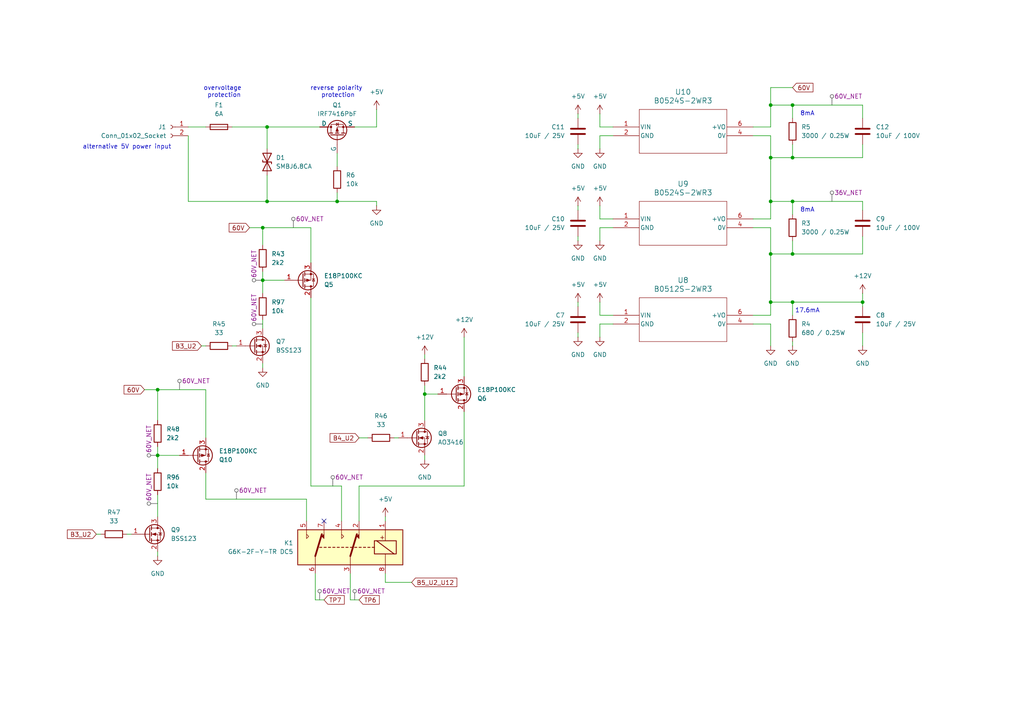
<source format=kicad_sch>
(kicad_sch (version 20250114) (generator "eeschema") (generator_version "9.0")
  (paper "A4")
  (lib_symbols
    (symbol "2025-11-10_14-01-14:B0505S-2WR3" (pin_names (offset 0.254))
      (property "Reference" "U" (at 20.32 10.16 0))
      (property "Value" "B0505S-2WR3" (at 20.32 7.62 0))
      (symbol "B0505S-2WR3_0_1"
        (polyline (pts (xy 7.62 5.08) (xy 7.62 -7.62)) (stroke (width 0.127)))
        (polyline (pts (xy 7.62 -7.62) (xy 33.02 -7.62)) (stroke (width 0.127)))
        (polyline (pts (xy 33.02 5.08) (xy 7.62 5.08)) (stroke (width 0.127)))
        (polyline (pts (xy 33.02 -7.62) (xy 33.02 5.08)) (stroke (width 0.127)))
        (pin power_in line (at 0 0 0) (length 7.62) (name "VIN") (number "1"))
        (pin power_out line (at 0 -2.54 0) (length 7.62) (name "GND") (number "2"))
        (pin power_in line (at 40.64 0 180) (length 7.62) (name "+VO") (number "6"))
        (pin unspecified line (at 40.64 -2.54 180) (length 7.62) (name "0V") (number "4"))
      )
    )
    (symbol "Connector:Conn_01x02_Socket" (pin_names (offset 1.016) (hide yes))
      (property "Reference" "J" (at 0 2.54 0))
      (property "Value" "Conn_01x02_Socket" (at 0 -5.08 0))
      (symbol "Conn_01x02_Socket_1_1"
        (polyline (pts (xy -1.27 0) (xy -0.508 0)) (stroke (width 0.1524)))
        (polyline (pts (xy -1.27 -2.54) (xy -0.508 -2.54)) (stroke (width 0.1524)))
        (arc (start 0 -0.508) (mid -0.5058 0) (end 0 0.508) (stroke (width 0.1524)))
        (arc (start 0 -3.048) (mid -0.5058 -2.54) (end 0 -2.032) (stroke (width 0.1524)))
        (pin passive line (at -5.08 0 0) (length 3.81) (name "Pin_1") (number "1"))
        (pin passive line (at -5.08 -2.54 0) (length 3.81) (name "Pin_2") (number "2"))
      )
    )
    (symbol "Device:C" (pin_numbers (hide yes)) (pin_names (offset 0.254))
      (property "Reference" "C" (at 0.635 2.54 0))
      (property "Value" "C" (at 0.635 -2.54 0))
      (symbol "C_0_1"
        (polyline (pts (xy -2.032 0.762) (xy 2.032 0.762)) (stroke (width 0.508)))
        (polyline (pts (xy -2.032 -0.762) (xy 2.032 -0.762)) (stroke (width 0.508)))
      )
      (symbol "C_1_1"
        (pin passive line (at 0 3.81 270) (length 2.794) (name "~") (number "1"))
        (pin passive line (at 0 -3.81 90) (length 2.794) (name "~") (number "2"))
      )
    )
    (symbol "Device:D_TVS" (pin_numbers (hide yes)) (pin_names (offset 1.016) (hide yes))
      (property "Reference" "D" (at 0 2.54 0))
      (property "Value" "D_TVS" (at 0 -2.54 0))
      (symbol "D_TVS_0_1"
        (polyline (pts (xy -2.54 1.27) (xy -2.54 -1.27) (xy 2.54 1.27) (xy 2.54 -1.27) (xy -2.54 1.27)) (stroke (width 0.254)))
        (polyline (pts (xy 0.508 1.27) (xy 0 1.27) (xy 0 -1.27) (xy -0.508 -1.27)) (stroke (width 0.254)))
        (polyline (pts (xy 1.27 0) (xy -1.27 0)))
      )
      (symbol "D_TVS_1_1"
        (pin passive line (at -3.81 0 0) (length 2.54) (name "A1") (number "1"))
        (pin passive line (at 3.81 0 180) (length 2.54) (name "A2") (number "2"))
      )
    )
    (symbol "Device:Fuse" (pin_numbers (hide yes)) (pin_names (offset 0))
      (property "Reference" "F" (at 2.032 0 90))
      (property "Value" "Fuse" (at -1.905 0 90))
      (symbol "Fuse_0_1"
        (rectangle (start -0.762 -2.54) (end 0.762 2.54) (stroke (width 0.254)))
        (polyline (pts (xy 0 2.54) (xy 0 -2.54)))
      )
      (symbol "Fuse_1_1"
        (pin passive line (at 0 3.81 270) (length 1.27) (name "~") (number "1"))
        (pin passive line (at 0 -3.81 90) (length 1.27) (name "~") (number "2"))
      )
    )
    (symbol "Device:R" (pin_numbers (hide yes)) (pin_names (offset 0))
      (property "Reference" "R" (at 2.032 0 90))
      (property "Value" "R" (at 0 0 90))
      (symbol "R_0_1"
        (rectangle (start -1.016 -2.54) (end 1.016 2.54) (stroke (width 0.254)))
      )
      (symbol "R_1_1"
        (pin passive line (at 0 3.81 270) (length 1.27) (name "~") (number "1"))
        (pin passive line (at 0 -3.81 90) (length 1.27) (name "~") (number "2"))
      )
    )
    (symbol "Relay:G6K-2"
      (property "Reference" "K" (at 16.51 3.81 0))
      (property "Value" "G6K-2" (at 16.51 1.27 0))
      (symbol "G6K-2_0_0"
        (text "+" (at -9.271 2.921 0) (effects (font (size 1.27 1.27))))
      )
      (symbol "G6K-2_0_1"
        (rectangle (start -15.24 5.08) (end 15.24 -5.08) (stroke (width 0.254)) (fill (type background)))
        (rectangle (start -13.335 1.905) (end -6.985 -1.905) (stroke (width 0.254)))
        (polyline (pts (xy -12.7 -1.905) (xy -7.62 1.905)) (stroke (width 0.254)))
        (polyline (pts (xy -10.16 5.08) (xy -10.16 1.905)))
        (polyline (pts (xy -10.16 -5.08) (xy -10.16 -1.905)))
        (polyline (pts (xy -6.985 0) (xy -6.35 0)) (stroke (width 0.254)))
        (polyline (pts (xy -5.715 0) (xy -5.08 0)) (stroke (width 0.254)))
        (polyline (pts (xy -4.445 0) (xy -3.81 0)) (stroke (width 0.254)))
        (polyline (pts (xy -3.175 0) (xy -2.54 0)) (stroke (width 0.254)))
        (polyline (pts (xy -2.54 5.08) (xy -2.54 2.54) (xy -1.905 3.175) (xy -2.54 3.81)) (fill (type outline)))
        (polyline (pts (xy -1.905 0) (xy -1.27 0)) (stroke (width 0.254)))
        (polyline (pts (xy -0.635 0) (xy 0 0)) (stroke (width 0.254)))
        (polyline (pts (xy 0 -2.54) (xy -1.905 3.81)) (stroke (width 0.508)))
        (polyline (pts (xy 0 -2.54) (xy 0 -5.08)))
        (polyline (pts (xy 0.635 0) (xy 1.27 0)) (stroke (width 0.254)))
        (polyline (pts (xy 1.905 0) (xy 2.54 0)) (stroke (width 0.254)))
        (polyline (pts (xy 2.54 5.08) (xy 2.54 2.54) (xy 1.905 3.175) (xy 2.54 3.81)))
        (polyline (pts (xy 3.175 0) (xy 3.81 0)) (stroke (width 0.254)))
        (polyline (pts (xy 4.445 0) (xy 5.08 0)) (stroke (width 0.254)))
        (polyline (pts (xy 5.715 0) (xy 6.35 0)) (stroke (width 0.254)))
        (polyline (pts (xy 6.985 0) (xy 7.62 0)) (stroke (width 0.254)))
        (polyline (pts (xy 7.62 5.08) (xy 7.62 2.54) (xy 8.255 3.175) (xy 7.62 3.81)) (fill (type outline)))
        (polyline (pts (xy 8.255 0) (xy 8.89 0)) (stroke (width 0.254)))
        (polyline (pts (xy 10.16 -2.54) (xy 8.255 3.81)) (stroke (width 0.508)))
        (polyline (pts (xy 10.16 -2.54) (xy 10.16 -5.08)))
        (polyline (pts (xy 12.7 5.08) (xy 12.7 2.54) (xy 12.065 3.175) (xy 12.7 3.81)))
      )
      (symbol "G6K-2_1_1"
        (pin passive line (at -10.16 7.62 270) (length 2.54) (name "~") (number "1"))
        (pin passive line (at -10.16 -7.62 90) (length 2.54) (name "~") (number "8"))
        (pin passive line (at -2.54 7.62 270) (length 2.54) (name "~") (number "2"))
        (pin passive line (at 0 -7.62 90) (length 2.54) (name "~") (number "3"))
        (pin passive line (at 2.54 7.62 270) (length 2.54) (name "~") (number "4"))
        (pin passive line (at 7.62 7.62 270) (length 2.54) (name "~") (number "7"))
        (pin passive line (at 10.16 -7.62 90) (length 2.54) (name "~") (number "6"))
        (pin passive line (at 12.7 7.62 270) (length 2.54) (name "~") (number "5"))
      )
    )
    (symbol "Simulation_SPICE:PMOS" (pin_numbers (hide yes)) (pin_names (offset 0))
      (property "Reference" "Q1" (at 8.89 0 90))
      (property "Value" "IRF7416PbF" (at 6.35 0 90))
      (symbol "PMOS_0_1"
        (polyline (pts (xy 0.254 1.905) (xy 0.254 -1.905)) (stroke (width 0.254)))
        (polyline (pts (xy 0.254 0) (xy -2.54 0)))
        (polyline (pts (xy 0.762 2.286) (xy 0.762 1.27)) (stroke (width 0.254)))
        (polyline (pts (xy 0.762 1.778) (xy 3.302 1.778) (xy 3.302 -1.778) (xy 0.762 -1.778)))
        (polyline (pts (xy 0.762 0.508) (xy 0.762 -0.508)) (stroke (width 0.254)))
        (polyline (pts (xy 0.762 -1.27) (xy 0.762 -2.286)) (stroke (width 0.254)))
        (circle (center 1.651 0) (radius 2.794) (stroke (width 0.254)))
        (polyline (pts (xy 2.286 0) (xy 1.27 0.381) (xy 1.27 -0.381) (xy 2.286 0)) (fill (type outline)))
        (polyline (pts (xy 2.54 2.54) (xy 2.54 1.778)))
        (circle (center 2.54 1.778) (radius 0.254) (fill (type outline)))
        (circle (center 2.54 -1.778) (radius 0.254) (fill (type outline)))
        (polyline (pts (xy 2.54 -2.54) (xy 2.54 0) (xy 0.762 0)))
        (polyline (pts (xy 2.794 -0.508) (xy 2.921 -0.381) (xy 3.683 -0.381) (xy 3.81 -0.254)))
        (polyline (pts (xy 3.302 -0.381) (xy 2.921 0.254) (xy 3.683 0.254) (xy 3.302 -0.381)))
      )
      (symbol "PMOS_1_1"
        (pin input line (at -5.08 0 0) (length 2.54) (name "G") (number "4"))
        (pin passive line (at 2.54 5.08 270) (length 2.54) (name "D") (number "5"))
        (pin passive line (at 2.54 5.08 270) (length 2.54) (name "D") (number "6"))
        (pin passive line (at 2.54 5.08 270) (length 2.54) (name "D") (number "7"))
        (pin passive line (at 2.54 5.08 270) (length 2.54) (name "D") (number "8"))
        (pin passive line (at 2.54 -5.08 90) (length 2.54) (name "S") (number "1"))
        (pin passive line (at 2.54 -5.08 90) (length 2.54) (name "S") (number "2"))
        (pin passive line (at 2.54 -5.08 90) (length 2.54) (name "S") (number "3"))
      )
    )
    (symbol "Transistor_FET:BSS138" (pin_names (hide yes))
      (property "Reference" "Q" (at 5.08 1.905 0))
      (property "Value" "BSS138" (at 5.08 0 0))
      (symbol "BSS138_0_1"
        (polyline (pts (xy 0.254 1.905) (xy 0.254 -1.905)) (stroke (width 0.254)))
        (polyline (pts (xy 0.254 0) (xy -2.54 0)))
        (polyline (pts (xy 0.762 2.286) (xy 0.762 1.27)) (stroke (width 0.254)))
        (polyline (pts (xy 0.762 0.508) (xy 0.762 -0.508)) (stroke (width 0.254)))
        (polyline (pts (xy 0.762 -1.27) (xy 0.762 -2.286)) (stroke (width 0.254)))
        (polyline (pts (xy 0.762 -1.778) (xy 3.302 -1.778) (xy 3.302 1.778) (xy 0.762 1.778)))
        (polyline (pts (xy 1.016 0) (xy 2.032 0.381) (xy 2.032 -0.381) (xy 1.016 0)) (fill (type outline)))
        (circle (center 1.651 0) (radius 2.794) (stroke (width 0.254)))
        (polyline (pts (xy 2.54 2.54) (xy 2.54 1.778)))
        (circle (center 2.54 1.778) (radius 0.254) (fill (type outline)))
        (circle (center 2.54 -1.778) (radius 0.254) (fill (type outline)))
        (polyline (pts (xy 2.54 -2.54) (xy 2.54 0) (xy 0.762 0)))
        (polyline (pts (xy 2.794 0.508) (xy 2.921 0.381) (xy 3.683 0.381) (xy 3.81 0.254)))
        (polyline (pts (xy 3.302 0.381) (xy 2.921 -0.254) (xy 3.683 -0.254) (xy 3.302 0.381)))
      )
      (symbol "BSS138_1_1"
        (pin input line (at -5.08 0 0) (length 2.54) (name "G") (number "1"))
        (pin passive line (at 2.54 5.08 270) (length 2.54) (name "D") (number "3"))
        (pin passive line (at 2.54 -5.08 90) (length 2.54) (name "S") (number "2"))
      )
    )
    (symbol "Transistor_FET:Q_PMOS_GDS" (pin_names (offset 0) (hide yes))
      (property "Reference" "Q" (at 5.08 1.905 0))
      (property "Value" "Q_PMOS_GDS" (at 5.08 0 0))
      (symbol "Q_PMOS_GDS_0_1"
        (polyline (pts (xy 0.254 1.905) (xy 0.254 -1.905)) (stroke (width 0.254)))
        (polyline (pts (xy 0.254 0) (xy -2.54 0)))
        (polyline (pts (xy 0.762 2.286) (xy 0.762 1.27)) (stroke (width 0.254)))
        (polyline (pts (xy 0.762 1.778) (xy 3.302 1.778) (xy 3.302 -1.778) (xy 0.762 -1.778)))
        (polyline (pts (xy 0.762 0.508) (xy 0.762 -0.508)) (stroke (width 0.254)))
        (polyline (pts (xy 0.762 -1.27) (xy 0.762 -2.286)) (stroke (width 0.254)))
        (circle (center 1.651 0) (radius 2.794) (stroke (width 0.254)))
        (polyline (pts (xy 2.286 0) (xy 1.27 0.381) (xy 1.27 -0.381) (xy 2.286 0)) (fill (type outline)))
        (polyline (pts (xy 2.54 2.54) (xy 2.54 1.778)))
        (circle (center 2.54 1.778) (radius 0.254) (fill (type outline)))
        (circle (center 2.54 -1.778) (radius 0.254) (fill (type outline)))
        (polyline (pts (xy 2.54 -2.54) (xy 2.54 0) (xy 0.762 0)))
        (polyline (pts (xy 2.921 -0.381) (xy 3.683 -0.381)))
        (polyline (pts (xy 3.302 -0.381) (xy 2.921 0.254) (xy 3.683 0.254) (xy 3.302 -0.381)))
      )
      (symbol "Q_PMOS_GDS_1_1"
        (pin input line (at -5.08 0 0) (length 2.54) (name "G") (number "1"))
        (pin passive line (at 2.54 5.08 270) (length 2.54) (name "D") (number "2"))
        (pin passive line (at 2.54 -5.08 90) (length 2.54) (name "S") (number "3"))
      )
    )
    (symbol "power:+12V" (power) (pin_numbers (hide yes)) (pin_names (offset 0) (hide yes))
      (property "Value" "+12V" (at 0 3.556 0))
      (symbol "+12V_0_1"
        (polyline (pts (xy -0.762 1.27) (xy 0 2.54)))
        (polyline (pts (xy 0 2.54) (xy 0.762 1.27)))
        (polyline (pts (xy 0 0) (xy 0 2.54)))
      )
      (symbol "+12V_1_1"
        (pin power_in line (at 0 0 90) (length 0) (name "~") (number "1"))
      )
    )
    (symbol "power:+5V" (power) (pin_numbers (hide yes)) (pin_names (offset 0) (hide yes))
      (property "Value" "+5V" (at 0 3.556 0))
      (symbol "+5V_0_1"
        (polyline (pts (xy -0.762 1.27) (xy 0 2.54)))
        (polyline (pts (xy 0 2.54) (xy 0.762 1.27)))
        (polyline (pts (xy 0 0) (xy 0 2.54)))
      )
      (symbol "+5V_1_1"
        (pin power_in line (at 0 0 90) (length 0) (name "~") (number "1"))
      )
    )
    (symbol "power:GND" (power) (pin_numbers (hide yes)) (pin_names (offset 0) (hide yes))
      (property "Value" "GND" (at 0 -3.81 0))
      (symbol "GND_0_1"
        (polyline (pts (xy 0 0) (xy 0 -1.27) (xy 1.27 -1.27) (xy 0 -2.54) (xy -1.27 -1.27) (xy 0 -1.27)))
      )
      (symbol "GND_1_1"
        (pin power_in line (at 0 0 270) (length 0) (name "~") (number "1"))
      )
    )
  )
  (text "reverse polarity \nprotection" (at 98.044 26.67 0) (effects (font (size 1.27 1.27))))
  (text "8mA" (at 234.188 60.96 0) (effects (font (size 1.27 1.27))))
  (text "8mA" (at 234.188 33.02 0) (effects (font (size 1.27 1.27))))
  (text "17.6mA" (at 234.188 90.17 0) (effects (font (size 1.27 1.27))))
  (text "overvoltage \nprotection" (at 65.024 26.67 0) (effects (font (size 1.27 1.27))))
  (text "alternative 5V power input" (at 36.83 42.672 0) (effects (font (size 1.27 1.27))))
  (junction (at 76.2 81.28))
  (junction (at 123.19 114.3))
  (junction (at 229.87 58.42))
  (junction (at 45.72 113.03))
  (junction (at 223.52 30.48))
  (junction (at 77.47 36.83))
  (junction (at 229.87 87.63))
  (junction (at 77.47 58.42))
  (junction (at 250.19 87.63))
  (junction (at 97.79 58.42))
  (junction (at 223.52 58.42))
  (junction (at 223.52 87.63))
  (junction (at 223.52 73.66))
  (junction (at 229.87 45.72))
  (junction (at 76.2 66.04))
  (junction (at 45.72 132.08))
  (junction (at 229.87 73.66))
  (junction (at 229.87 30.48))
  (junction (at 223.52 45.72))
  (no_connect (at 93.98 151.13))
  (wire (pts (xy 250.19 73.66) (xy 250.19 68.58)))
  (wire (pts (xy 229.87 69.85) (xy 229.87 73.66)))
  (wire (pts (xy 250.19 30.48) (xy 250.19 34.29)))
  (wire (pts (xy 67.31 36.83) (xy 77.47 36.83)))
  (wire (pts (xy 27.94 154.94) (xy 29.21 154.94)))
  (wire (pts (xy 229.87 99.06) (xy 229.87 100.33)))
  (wire (pts (xy 97.79 58.42) (xy 109.22 58.42)))
  (wire (pts (xy 45.72 129.54) (xy 45.72 132.08)))
  (wire (pts (xy 167.64 68.58) (xy 167.64 69.85)))
  (wire (pts (xy 167.64 41.91) (xy 167.64 43.18)))
  (wire (pts (xy 173.99 66.04) (xy 173.99 69.85)))
  (wire (pts (xy 229.87 30.48) (xy 229.87 34.29)))
  (wire (pts (xy 223.52 39.37) (xy 223.52 45.72)))
  (wire (pts (xy 173.99 93.98) (xy 173.99 97.79)))
  (wire (pts (xy 173.99 39.37) (xy 177.8 39.37)))
  (wire (pts (xy 229.87 87.63) (xy 250.19 87.63)))
  (wire (pts (xy 223.52 30.48) (xy 229.87 30.48)))
  (wire (pts (xy 97.79 55.88) (xy 97.79 58.42)))
  (wire (pts (xy 45.72 143.51) (xy 45.72 149.86)))
  (wire (pts (xy 223.52 25.4) (xy 229.87 25.4)))
  (wire (pts (xy 223.52 58.42) (xy 223.52 63.5)))
  (wire (pts (xy 59.69 137.16) (xy 59.69 144.78)))
  (wire (pts (xy 123.19 102.87) (xy 123.19 104.14)))
  (wire (pts (xy 250.19 96.52) (xy 250.19 100.33)))
  (wire (pts (xy 77.47 36.83) (xy 77.47 43.18)))
  (wire (pts (xy 41.91 113.03) (xy 45.72 113.03)))
  (wire (pts (xy 223.52 45.72) (xy 229.87 45.72)))
  (wire (pts (xy 45.72 132.08) (xy 52.07 132.08)))
  (wire (pts (xy 109.22 58.42) (xy 109.22 59.69)))
  (wire (pts (xy 91.44 173.99) (xy 93.98 173.99)))
  (wire (pts (xy 97.79 44.45) (xy 97.79 48.26)))
  (wire (pts (xy 218.44 36.83) (xy 223.52 36.83)))
  (wire (pts (xy 111.76 149.86) (xy 111.76 151.13)))
  (wire (pts (xy 173.99 33.02) (xy 173.99 36.83)))
  (wire (pts (xy 223.52 25.4) (xy 223.52 30.48)))
  (wire (pts (xy 173.99 39.37) (xy 173.99 43.18)))
  (wire (pts (xy 90.17 86.36) (xy 90.17 140.97)))
  (wire (pts (xy 104.14 140.97) (xy 134.62 140.97)))
  (wire (pts (xy 223.52 58.42) (xy 229.87 58.42)))
  (wire (pts (xy 250.19 87.63) (xy 250.19 88.9)))
  (wire (pts (xy 76.2 81.28) (xy 76.2 85.09)))
  (wire (pts (xy 111.76 168.91) (xy 119.38 168.91)))
  (wire (pts (xy 173.99 63.5) (xy 177.8 63.5)))
  (wire (pts (xy 76.2 66.04) (xy 76.2 71.12)))
  (wire (pts (xy 218.44 39.37) (xy 223.52 39.37)))
  (wire (pts (xy 250.19 85.09) (xy 250.19 87.63)))
  (wire (pts (xy 77.47 50.8) (xy 77.47 58.42)))
  (wire (pts (xy 45.72 160.02) (xy 45.72 161.29)))
  (wire (pts (xy 173.99 59.69) (xy 173.99 63.5)))
  (wire (pts (xy 123.19 114.3) (xy 127 114.3)))
  (wire (pts (xy 104.14 140.97) (xy 104.14 151.13)))
  (wire (pts (xy 45.72 113.03) (xy 59.69 113.03)))
  (wire (pts (xy 59.69 144.78) (xy 88.9 144.78)))
  (wire (pts (xy 99.06 140.97) (xy 99.06 151.13)))
  (wire (pts (xy 229.87 87.63) (xy 229.87 91.44)))
  (wire (pts (xy 54.61 58.42) (xy 54.61 39.37)))
  (wire (pts (xy 167.64 87.63) (xy 167.64 88.9)))
  (wire (pts (xy 90.17 66.04) (xy 90.17 76.2)))
  (wire (pts (xy 54.61 36.83) (xy 59.69 36.83)))
  (wire (pts (xy 223.52 87.63) (xy 229.87 87.63)))
  (wire (pts (xy 173.99 91.44) (xy 177.8 91.44)))
  (wire (pts (xy 76.2 78.74) (xy 76.2 81.28)))
  (wire (pts (xy 223.52 87.63) (xy 223.52 91.44)))
  (wire (pts (xy 123.19 132.08) (xy 123.19 133.35)))
  (wire (pts (xy 90.17 140.97) (xy 99.06 140.97)))
  (wire (pts (xy 229.87 73.66) (xy 250.19 73.66)))
  (wire (pts (xy 223.52 91.44) (xy 218.44 91.44)))
  (wire (pts (xy 76.2 92.71) (xy 76.2 95.25)))
  (wire (pts (xy 223.52 73.66) (xy 229.87 73.66)))
  (wire (pts (xy 229.87 58.42) (xy 229.87 62.23)))
  (wire (pts (xy 229.87 58.42) (xy 250.19 58.42)))
  (wire (pts (xy 77.47 36.83) (xy 92.71 36.83)))
  (wire (pts (xy 72.39 66.04) (xy 76.2 66.04)))
  (wire (pts (xy 58.42 100.33) (xy 59.69 100.33)))
  (wire (pts (xy 250.19 45.72) (xy 250.19 41.91)))
  (wire (pts (xy 223.52 73.66) (xy 223.52 87.63)))
  (wire (pts (xy 134.62 97.79) (xy 134.62 109.22)))
  (wire (pts (xy 102.87 36.83) (xy 109.22 36.83)))
  (wire (pts (xy 167.64 59.69) (xy 167.64 60.96)))
  (wire (pts (xy 223.52 93.98) (xy 218.44 93.98)))
  (wire (pts (xy 76.2 66.04) (xy 90.17 66.04)))
  (wire (pts (xy 104.14 127) (xy 106.68 127)))
  (wire (pts (xy 88.9 144.78) (xy 88.9 151.13)))
  (wire (pts (xy 173.99 36.83) (xy 177.8 36.83)))
  (wire (pts (xy 114.3 127) (xy 115.57 127)))
  (wire (pts (xy 173.99 87.63) (xy 173.99 91.44)))
  (wire (pts (xy 223.52 66.04) (xy 223.52 73.66)))
  (wire (pts (xy 123.19 114.3) (xy 123.19 121.92)))
  (wire (pts (xy 109.22 31.75) (xy 109.22 36.83)))
  (wire (pts (xy 229.87 41.91) (xy 229.87 45.72)))
  (wire (pts (xy 101.6 166.37) (xy 101.6 173.99)))
  (wire (pts (xy 134.62 119.38) (xy 134.62 140.97)))
  (wire (pts (xy 36.83 154.94) (xy 38.1 154.94)))
  (wire (pts (xy 123.19 111.76) (xy 123.19 114.3)))
  (wire (pts (xy 111.76 166.37) (xy 111.76 168.91)))
  (wire (pts (xy 91.44 166.37) (xy 91.44 173.99)))
  (wire (pts (xy 173.99 93.98) (xy 177.8 93.98)))
  (wire (pts (xy 76.2 81.28) (xy 82.55 81.28)))
  (wire (pts (xy 223.52 93.98) (xy 223.52 100.33)))
  (wire (pts (xy 229.87 45.72) (xy 250.19 45.72)))
  (wire (pts (xy 223.52 30.48) (xy 223.52 36.83)))
  (wire (pts (xy 67.31 100.33) (xy 68.58 100.33)))
  (wire (pts (xy 45.72 113.03) (xy 45.72 121.92)))
  (wire (pts (xy 229.87 30.48) (xy 250.19 30.48)))
  (wire (pts (xy 45.72 132.08) (xy 45.72 135.89)))
  (wire (pts (xy 54.61 58.42) (xy 77.47 58.42)))
  (wire (pts (xy 250.19 58.42) (xy 250.19 60.96)))
  (wire (pts (xy 59.69 113.03) (xy 59.69 127)))
  (wire (pts (xy 167.64 96.52) (xy 167.64 97.79)))
  (wire (pts (xy 173.99 66.04) (xy 177.8 66.04)))
  (wire (pts (xy 77.47 58.42) (xy 97.79 58.42)))
  (wire (pts (xy 223.52 45.72) (xy 223.52 58.42)))
  (wire (pts (xy 101.6 173.99) (xy 104.14 173.99)))
  (wire (pts (xy 76.2 105.41) (xy 76.2 106.68)))
  (wire (pts (xy 218.44 66.04) (xy 223.52 66.04)))
  (wire (pts (xy 167.64 33.02) (xy 167.64 34.29)))
  (wire (pts (xy 218.44 63.5) (xy 223.52 63.5)))
  (global_label "B3_U2" (shape input) (at 58.42 100.33 180) (property "Intersheetrefs" "${INTERSHEET_REFS}" (effects (hide yes))))
  (global_label "TP6" (shape input) (at 104.14 173.99 0) (property "Intersheetrefs" "${INTERSHEET_REFS}" (effects (hide yes))))
  (global_label "60V" (shape input) (at 41.91 113.03 180) (property "Intersheetrefs" "${INTERSHEET_REFS}" (effects (hide yes))))
  (global_label "B4_U2" (shape input) (at 104.14 127 180) (property "Intersheetrefs" "${INTERSHEET_REFS}" (effects (hide yes))))
  (global_label "60V" (shape input) (at 229.87 25.4 0) (property "Intersheetrefs" "${INTERSHEET_REFS}" (effects (hide yes))))
  (global_label "TP7" (shape input) (at 93.98 173.99 0) (property "Intersheetrefs" "${INTERSHEET_REFS}" (effects (hide yes))))
  (global_label "B3_U2" (shape input) (at 27.94 154.94 180) (property "Intersheetrefs" "${INTERSHEET_REFS}" (effects (hide yes))))
  (global_label "B5_U2_U12" (shape input) (at 119.38 168.91 0) (property "Intersheetrefs" "${INTERSHEET_REFS}" (effects (hide yes))))
  (global_label "60V" (shape input) (at 72.39 66.04 180) (property "Intersheetrefs" "${INTERSHEET_REFS}" (effects (hide yes))))
  (netclass_flag "" (length 2.54) (shape round) (at 76.2 93.98 90) (property "Netclass" "60V_NET" (at 73.66 93.2815 90) (effects (justify left))))
  (netclass_flag "" (length 2.54) (shape round) (at 45.72 146.05 90) (property "Netclass" "60V_NET" (at 43.18 145.3515 90) (effects (justify left))))
  (netclass_flag "" (length 2.54) (shape round) (at 96.52 140.97 0) (property "Netclass" "60V_NET" (at 97.2185 138.43 0) (effects (justify left))))
  (netclass_flag "" (length 2.54) (shape round) (at 241.3 58.42 0) (property "Netclass" "36V_NET" (at 241.9985 55.88 0) (effects (justify left))))
  (netclass_flag "" (length 2.54) (shape round) (at 52.07 113.03 0) (property "Netclass" "60V_NET" (at 52.7685 110.49 0) (effects (justify left))))
  (netclass_flag "" (length 2.54) (shape round) (at 241.3 30.48 0) (property "Netclass" "60V_NET" (at 241.9985 27.94 0) (effects (justify left))))
  (netclass_flag "" (length 2.54) (shape round) (at 102.87 173.99 0) (property "Netclass" "60V_NET" (at 103.5685 171.45 0) (effects (justify left))))
  (netclass_flag "" (length 2.54) (shape round) (at 68.58 144.78 0) (property "Netclass" "60V_NET" (at 69.2785 142.24 0) (effects (justify left))))
  (netclass_flag "" (length 2.54) (shape round) (at 45.72 132.08 90) (property "Netclass" "60V_NET" (at 43.18 131.3815 90) (effects (justify left))))
  (netclass_flag "" (length 2.54) (shape round) (at 76.2 81.28 90) (property "Netclass" "60V_NET" (at 73.66 80.5815 90) (effects (justify left))))
  (netclass_flag "" (length 2.54) (shape round) (at 85.09 66.04 0) (property "Netclass" "60V_NET" (at 85.7885 63.5 0) (effects (justify left))))
  (netclass_flag "" (length 2.54) (shape round) (at 92.71 173.99 0) (property "Netclass" "60V_NET" (at 93.4085 171.45 0) (effects (justify left))))
  (symbol (lib_id "Transistor_FET:Q_PMOS_GDS") (at 57.15 132.08 0) (mirror x) (unit 1)
    (property "Reference" "Q10" (at 63.5 133.3501 0) (effects (justify left)))
    (property "Value" "E18P100KC" (at 63.5 130.8101 0) (effects (justify left)))
    (property "Footprint" "Package_TO_SOT_SMD:TO-252-2" (effects (hide yes)))
    (property "Description" "P-MOSFET transistor, gate/drain/source" (effects (hide yes)))
  )
  (symbol (lib_id "power:+5V") (at 173.99 33.02 0) (unit 1)
    (property "Reference" "#PWR046" (effects (hide yes)))
    (property "Value" "+5V" (at 173.99 27.94 0))
    (property "Description" "Power symbol creates a global label with name \"+5V\"" (effects (hide yes)))
  )
  (symbol (lib_id "power:+5V") (at 167.64 59.69 0) (unit 1)
    (property "Reference" "#PWR038" (effects (hide yes)))
    (property "Value" "+5V" (at 167.64 54.61 0))
    (property "Description" "Power symbol creates a global label with name \"+5V\"" (effects (hide yes)))
  )
  (symbol (lib_id "Device:R") (at 110.49 127 90) (unit 1)
    (property "Reference" "R46" (at 110.49 120.65 90))
    (property "Value" "33" (at 110.49 123.19 90))
    (property "Footprint" "Resistor_SMD:R_0603_1608Metric" (effects (hide yes)))
    (property "Description" "Resistor" (effects (hide yes)))
  )
  (symbol (lib_id "2025-11-10_14-01-14:B0505S-2WR3") (at 177.8 63.5 0) (unit 1)
    (property "Reference" "U9" (at 198.12 53.34 0) (effects (font (size 1.524 1.524))))
    (property "Value" "B0524S-2WR3" (at 198.12 55.88 0) (effects (font (size 1.524 1.524))))
    (property "Footprint" "B_S-2WR2_MNS" (effects (hide yes)))
    (property "Datasheet" "B0505S-2WR3" (effects (hide yes)))
  )
  (symbol (lib_id "Device:R") (at 123.19 107.95 0) (unit 1)
    (property "Reference" "R44" (at 125.73 106.6799 0) (effects (justify left)))
    (property "Value" "2k2" (at 125.73 109.2199 0) (effects (justify left)))
    (property "Footprint" "Resistor_SMD:R_0603_1608Metric" (effects (hide yes)))
    (property "Description" "Resistor" (effects (hide yes)))
  )
  (symbol (lib_id "Device:C") (at 250.19 92.71 0) (unit 1)
    (property "Reference" "C8" (at 254 91.4399 0) (effects (justify left)))
    (property "Value" "10uF / 25V" (at 254 93.9799 0) (effects (justify left)))
    (property "Footprint" "Capacitor_SMD:C_0805_2012Metric" (effects (hide yes)))
    (property "Description" "Unpolarized capacitor" (effects (hide yes)))
  )
  (symbol (lib_id "Device:D_TVS") (at 77.47 46.99 90) (unit 1)
    (property "Reference" "D1" (at 80.01 45.7199 90) (effects (justify right)))
    (property "Value" "SMBJ6.8CA" (at 80.01 48.26 90) (effects (justify right)))
    (property "Footprint" "Diode_SMD:D_SMB" (effects (hide yes)))
    (property "Description" "Bidirectional transient-voltage-suppression diode" (effects (hide yes)))
  )
  (symbol (lib_id "Transistor_FET:BSS138") (at 43.18 154.94 0) (unit 1)
    (property "Reference" "Q9" (at 49.53 153.6699 0) (effects (justify left)))
    (property "Value" "BSS123" (at 49.53 156.2099 0) (effects (justify left)))
    (property "Footprint" "Package_TO_SOT_SMD:SOT-23" (effects (hide yes)))
    (property "Datasheet" "https://www.onsemi.com/pub/Collateral/BSS138-D.PDF" (effects (hide yes)))
    (property "Description" "50V Vds, 0.22A Id, N-Channel MOSFET, SOT-23" (effects (hide yes)))
  )
  (symbol (lib_id "Relay:G6K-2") (at 101.6 158.75 0) (mirror y) (unit 1)
    (property "Reference" "K1" (at 85.09 157.4799 0) (effects (justify left)))
    (property "Value" "G6K-2F-Y-TR DC5" (at 85.09 160.0199 0) (effects (justify left)))
    (property "Footprint" "Relay_SMD:Relay_DPDT_Omron_G6K-2F-Y" (effects (hide yes)))
    (property "Datasheet" "http://omronfs.omron.com/en_US/ecb/products/pdf/en-g6k.pdf" (effects (hide yes)))
    (property "Description" "Miniature 2-pole relay, Single-side Stable" (effects (hide yes)))
  )
  (symbol (lib_id "power:+5V") (at 173.99 87.63 0) (unit 1)
    (property "Reference" "#PWR034" (effects (hide yes)))
    (property "Value" "+5V" (at 173.99 82.55 0))
    (property "Description" "Power symbol creates a global label with name \"+5V\"" (effects (hide yes)))
  )
  (symbol (lib_id "Device:R") (at 76.2 74.93 0) (unit 1)
    (property "Reference" "R43" (at 78.74 73.6599 0) (effects (justify left)))
    (property "Value" "2k2" (at 78.74 76.1999 0) (effects (justify left)))
    (property "Footprint" "Resistor_SMD:R_0603_1608Metric" (effects (hide yes)))
    (property "Description" "Resistor" (effects (hide yes)))
  )
  (symbol (lib_id "power:GND") (at 229.87 100.33 0) (unit 1)
    (property "Reference" "#PWR050" (effects (hide yes)))
    (property "Value" "GND" (at 229.87 105.41 0))
    (property "Description" "Power symbol creates a global label with name \"GND\" , ground" (effects (hide yes)))
  )
  (symbol (lib_id "Device:R") (at 33.02 154.94 90) (unit 1)
    (property "Reference" "R47" (at 33.02 148.59 90))
    (property "Value" "33" (at 33.02 151.13 90))
    (property "Footprint" "Resistor_SMD:R_0603_1608Metric" (effects (hide yes)))
    (property "Description" "Resistor" (effects (hide yes)))
  )
  (symbol (lib_id "power:GND") (at 173.99 69.85 0) (unit 1)
    (property "Reference" "#PWR041" (effects (hide yes)))
    (property "Value" "GND" (at 173.99 74.93 0))
    (property "Description" "Power symbol creates a global label with name \"GND\" , ground" (effects (hide yes)))
  )
  (symbol (lib_id "2025-11-10_14-01-14:B0505S-2WR3") (at 177.8 36.83 0) (unit 1)
    (property "Reference" "U10" (at 198.12 26.67 0) (effects (font (size 1.524 1.524))))
    (property "Value" "B0524S-2WR3" (at 198.12 29.21 0) (effects (font (size 1.524 1.524))))
    (property "Footprint" "B_S-2WR2_MNS" (effects (hide yes)))
    (property "Datasheet" "B0505S-2WR3" (effects (hide yes)))
  )
  (symbol (lib_id "power:+5V") (at 167.64 87.63 0) (unit 1)
    (property "Reference" "#PWR036" (effects (hide yes)))
    (property "Value" "+5V" (at 167.64 82.55 0))
    (property "Description" "Power symbol creates a global label with name \"+5V\"" (effects (hide yes)))
  )
  (symbol (lib_id "power:GND") (at 167.64 43.18 0) (unit 1)
    (property "Reference" "#PWR045" (effects (hide yes)))
    (property "Value" "GND" (at 167.64 48.26 0))
    (property "Description" "Power symbol creates a global label with name \"GND\" , ground" (effects (hide yes)))
  )
  (symbol (lib_id "power:+5V") (at 111.76 149.86 0) (unit 1)
    (property "Reference" "#PWR093" (effects (hide yes)))
    (property "Value" "+5V" (at 111.76 144.78 0))
    (property "Description" "Power symbol creates a global label with name \"+5V\"" (effects (hide yes)))
  )
  (symbol (lib_id "power:+12V") (at 134.62 97.79 0) (unit 1)
    (property "Reference" "#PWR087" (effects (hide yes)))
    (property "Value" "+12V" (at 134.62 92.71 0))
    (property "Description" "Power symbol creates a global label with name \"+12V\"" (effects (hide yes)))
  )
  (symbol (lib_id "power:+12V") (at 123.19 102.87 0) (unit 1)
    (property "Reference" "#PWR088" (effects (hide yes)))
    (property "Value" "+12V" (at 123.19 97.79 0))
    (property "Description" "Power symbol creates a global label with name \"+12V\"" (effects (hide yes)))
  )
  (symbol (lib_id "power:GND") (at 250.19 100.33 0) (unit 1)
    (property "Reference" "#PWR043" (effects (hide yes)))
    (property "Value" "GND" (at 250.19 105.41 0))
    (property "Description" "Power symbol creates a global label with name \"GND\" , ground" (effects (hide yes)))
  )
  (symbol (lib_id "Device:R") (at 229.87 95.25 0) (unit 1)
    (property "Reference" "R4" (at 232.41 93.9799 0) (effects (justify left)))
    (property "Value" "680 / 0.25W" (at 232.41 96.5199 0) (effects (justify left)))
    (property "Footprint" "Resistor_SMD:R_1210_3225Metric" (effects (hide yes)))
    (property "Description" "Resistor" (effects (hide yes)))
  )
  (symbol (lib_id "Transistor_FET:Q_PMOS_GDS") (at 87.63 81.28 0) (mirror x) (unit 1)
    (property "Reference" "Q5" (at 93.98 82.5501 0) (effects (justify left)))
    (property "Value" "E18P100KC" (at 93.98 80.0101 0) (effects (justify left)))
    (property "Footprint" "Package_TO_SOT_SMD:TO-252-2" (effects (hide yes)))
    (property "Description" "P-MOSFET transistor, gate/drain/source" (effects (hide yes)))
  )
  (symbol (lib_id "power:GND") (at 223.52 100.33 0) (unit 1)
    (property "Reference" "#PWR042" (effects (hide yes)))
    (property "Value" "GND" (at 223.52 105.41 0))
    (property "Description" "Power symbol creates a global label with name \"GND\" , ground" (effects (hide yes)))
  )
  (symbol (lib_id "Device:R") (at 76.2 88.9 0) (unit 1)
    (property "Reference" "R97" (at 78.74 87.6299 0) (effects (justify left)))
    (property "Value" "10k" (at 78.74 90.1699 0) (effects (justify left)))
    (property "Footprint" "Resistor_SMD:R_1210_3225Metric" (effects (hide yes)))
    (property "Description" "Resistor" (effects (hide yes)))
  )
  (symbol (lib_id "Device:R") (at 45.72 139.7 0) (unit 1)
    (property "Reference" "R96" (at 48.26 138.4299 0) (effects (justify left)))
    (property "Value" "10k" (at 48.26 140.9699 0) (effects (justify left)))
    (property "Footprint" "Resistor_SMD:R_1210_3225Metric" (effects (hide yes)))
    (property "Description" "Resistor" (effects (hide yes)))
  )
  (symbol (lib_id "Connector:Conn_01x02_Socket") (at 49.53 36.83 0) (mirror y) (unit 1)
    (property "Reference" "J1" (at 48.26 36.8299 0) (effects (justify left)))
    (property "Value" "Conn_01x02_Socket" (at 48.26 39.3699 0) (effects (justify left)))
    (property "Footprint" "Connector_Phoenix_MSTB:PhoenixContact_MSTBA_2,5_2-G-5,08_1x02_P5.08mm_Horizontal" (effects (hide yes)))
    (property "Description" "Generic connector, single row, 01x02, script generated" (effects (hide yes)))
  )
  (symbol (lib_id "power:+5V") (at 109.22 31.75 0) (mirror y) (unit 1)
    (property "Reference" "#PWR051" (effects (hide yes)))
    (property "Value" "+5V" (at 109.22 26.67 0))
    (property "Description" "Power symbol creates a global label with name \"+5V\"" (effects (hide yes)))
  )
  (symbol (lib_id "Device:Fuse") (at 63.5 36.83 90) (unit 1)
    (property "Reference" "F1" (at 63.5 30.48 90))
    (property "Value" "6A" (at 63.5 33.02 90))
    (property "Footprint" "Capacitor_SMD:C_1206_3216Metric_Pad1.33x1.80mm_HandSolder" (effects (hide yes)))
    (property "Description" "Fuse" (effects (hide yes)))
    (property "LCSC" "C183157" (effects (hide yes)))
  )
  (symbol (lib_id "Device:C") (at 167.64 92.71 0) (mirror y) (unit 1)
    (property "Reference" "C7" (at 163.83 91.4399 0) (effects (justify left)))
    (property "Value" "10uF / 25V" (at 163.83 93.9799 0) (effects (justify left)))
    (property "Footprint" "Capacitor_SMD:C_0805_2012Metric" (effects (hide yes)))
    (property "Description" "Unpolarized capacitor" (effects (hide yes)))
  )
  (symbol (lib_id "Device:R") (at 63.5 100.33 90) (unit 1)
    (property "Reference" "R45" (at 63.5 93.98 90))
    (property "Value" "33" (at 63.5 96.52 90))
    (property "Footprint" "Resistor_SMD:R_0603_1608Metric" (effects (hide yes)))
    (property "Description" "Resistor" (effects (hide yes)))
  )
  (symbol (lib_id "Transistor_FET:BSS138") (at 120.65 127 0) (unit 1)
    (property "Reference" "Q8" (at 127 125.7299 0) (effects (justify left)))
    (property "Value" "AO3416" (at 127 128.2699 0) (effects (justify left)))
    (property "Footprint" "Package_TO_SOT_SMD:SOT-23" (effects (hide yes)))
    (property "Datasheet" "https://www.onsemi.com/pub/Collateral/BSS138-D.PDF" (effects (hide yes)))
    (property "Description" "50V Vds, 0.22A Id, N-Channel MOSFET, SOT-23" (effects (hide yes)))
  )
  (symbol (lib_id "power:GND") (at 167.64 69.85 0) (unit 1)
    (property "Reference" "#PWR039" (effects (hide yes)))
    (property "Value" "GND" (at 167.64 74.93 0))
    (property "Description" "Power symbol creates a global label with name \"GND\" , ground" (effects (hide yes)))
  )
  (symbol (lib_id "power:GND") (at 173.99 43.18 0) (unit 1)
    (property "Reference" "#PWR047" (effects (hide yes)))
    (property "Value" "GND" (at 173.99 48.26 0))
    (property "Description" "Power symbol creates a global label with name \"GND\" , ground" (effects (hide yes)))
  )
  (symbol (lib_id "Device:C") (at 167.64 38.1 0) (mirror y) (unit 1)
    (property "Reference" "C11" (at 163.83 36.8299 0) (effects (justify left)))
    (property "Value" "10uF / 25V" (at 163.83 39.3699 0) (effects (justify left)))
    (property "Footprint" "Capacitor_SMD:C_0805_2012Metric" (effects (hide yes)))
    (property "Description" "Unpolarized capacitor" (effects (hide yes)))
  )
  (symbol (lib_id "Device:C") (at 250.19 64.77 0) (unit 1)
    (property "Reference" "C9" (at 254 63.4999 0) (effects (justify left)))
    (property "Value" "10uF / 100V" (at 254 66.0399 0) (effects (justify left)))
    (property "Footprint" "Capacitor_SMD:C_1210_3225Metric" (effects (hide yes)))
    (property "Description" "Unpolarized capacitor" (effects (hide yes)))
  )
  (symbol (lib_id "power:+12V") (at 250.19 85.09 0) (unit 1)
    (property "Reference" "#PWR048" (effects (hide yes)))
    (property "Value" "+12V" (at 250.19 80.01 0))
    (property "Description" "Power symbol creates a global label with name \"+12V\"" (effects (hide yes)))
  )
  (symbol (lib_id "Transistor_FET:BSS138") (at 73.66 100.33 0) (unit 1)
    (property "Reference" "Q7" (at 80.01 99.0599 0) (effects (justify left)))
    (property "Value" "BSS123" (at 80.01 101.5999 0) (effects (justify left)))
    (property "Footprint" "Package_TO_SOT_SMD:SOT-23" (effects (hide yes)))
    (property "Datasheet" "https://www.onsemi.com/pub/Collateral/BSS138-D.PDF" (effects (hide yes)))
    (property "Description" "50V Vds, 0.22A Id, N-Channel MOSFET, SOT-23" (effects (hide yes)))
  )
  (symbol (lib_id "power:GND") (at 167.64 97.79 0) (unit 1)
    (property "Reference" "#PWR037" (effects (hide yes)))
    (property "Value" "GND" (at 167.64 102.87 0))
    (property "Description" "Power symbol creates a global label with name \"GND\" , ground" (effects (hide yes)))
  )
  (symbol (lib_id "Transistor_FET:Q_PMOS_GDS") (at 132.08 114.3 0) (mirror x) (unit 1)
    (property "Reference" "Q6" (at 138.43 115.5701 0) (effects (justify left)))
    (property "Value" "E18P100KC" (at 138.43 113.0301 0) (effects (justify left)))
    (property "Footprint" "Package_TO_SOT_SMD:TO-252-2" (effects (hide yes)))
    (property "Description" "P-MOSFET transistor, gate/drain/source" (effects (hide yes)))
  )
  (symbol (lib_id "power:GND") (at 76.2 106.68 0) (unit 1)
    (property "Reference" "#PWR090" (effects (hide yes)))
    (property "Value" "GND" (at 76.2 111.76 0))
    (property "Description" "Power symbol creates a global label with name \"GND\" , ground" (effects (hide yes)))
  )
  (symbol (lib_id "power:GND") (at 123.19 133.35 0) (unit 1)
    (property "Reference" "#PWR089" (effects (hide yes)))
    (property "Value" "GND" (at 123.19 138.43 0))
    (property "Description" "Power symbol creates a global label with name \"GND\" , ground" (effects (hide yes)))
  )
  (symbol (lib_id "Device:R") (at 45.72 125.73 0) (unit 1)
    (property "Reference" "R48" (at 48.26 124.4599 0) (effects (justify left)))
    (property "Value" "2k2" (at 48.26 126.9999 0) (effects (justify left)))
    (property "Footprint" "Resistor_SMD:R_0603_1608Metric" (effects (hide yes)))
    (property "Description" "Resistor" (effects (hide yes)))
  )
  (symbol (lib_id "Device:C") (at 167.64 64.77 0) (mirror y) (unit 1)
    (property "Reference" "C10" (at 163.83 63.4999 0) (effects (justify left)))
    (property "Value" "10uF / 25V" (at 163.83 66.0399 0) (effects (justify left)))
    (property "Footprint" "Capacitor_SMD:C_0805_2012Metric" (effects (hide yes)))
    (property "Description" "Unpolarized capacitor" (effects (hide yes)))
  )
  (symbol (lib_id "Device:R") (at 229.87 38.1 0) (unit 1)
    (property "Reference" "R5" (at 232.41 36.8299 0) (effects (justify left)))
    (property "Value" "3000 / 0.25W" (at 232.41 39.3699 0) (effects (justify left)))
    (property "Footprint" "Resistor_SMD:R_1210_3225Metric" (effects (hide yes)))
    (property "Description" "Resistor" (effects (hide yes)))
  )
  (symbol (lib_id "Simulation_SPICE:PMOS") (at 97.79 39.37 90) (unit 1)
    (property "Reference" "Q1" (at 97.79 30.48 90))
    (property "Value" "IRF7416PbF" (at 97.79 33.02 90))
    (property "Footprint" "Package_SO:SOIC-8_3.9x4.9mm_P1.27mm" (effects (hide yes)))
    (property "Datasheet" "https://ngspice.sourceforge.io/docs/ngspice-html-manual/manual.xhtml#cha_MOSFETs" (effects (hide yes)))
    (property "Description" "P-MOSFET transistor, drain/source/gate" (effects (hide yes)))
    (property "Sim.Device" "PMOS" (effects (hide yes)))
    (property "Sim.Type" "VDMOS" (effects (hide yes)))
    (property "Sim.Pins" "1=S 2=S 3=S 4=G 5=D 6=D 7=D 8=D" (effects (hide yes)))
  )
  (symbol (lib_id "Device:R") (at 97.79 52.07 0) (unit 1)
    (property "Reference" "R6" (at 100.33 50.7999 0) (effects (justify left)))
    (property "Value" "10k" (at 100.33 53.3399 0) (effects (justify left)))
    (property "Footprint" "Resistor_SMD:R_0603_1608Metric" (effects (hide yes)))
    (property "Description" "Resistor" (effects (hide yes)))
  )
  (symbol (lib_id "power:+5V") (at 173.99 59.69 0) (unit 1)
    (property "Reference" "#PWR040" (effects (hide yes)))
    (property "Value" "+5V" (at 173.99 54.61 0))
    (property "Description" "Power symbol creates a global label with name \"+5V\"" (effects (hide yes)))
  )
  (symbol (lib_id "power:+5V") (at 167.64 33.02 0) (unit 1)
    (property "Reference" "#PWR044" (effects (hide yes)))
    (property "Value" "+5V" (at 167.64 27.94 0))
    (property "Description" "Power symbol creates a global label with name \"+5V\"" (effects (hide yes)))
  )
  (symbol (lib_id "Device:C") (at 250.19 38.1 0) (unit 1)
    (property "Reference" "C12" (at 254 36.8299 0) (effects (justify left)))
    (property "Value" "10uF / 100V" (at 254 39.3699 0) (effects (justify left)))
    (property "Footprint" "Capacitor_SMD:C_1210_3225Metric" (effects (hide yes)))
    (property "Description" "Unpolarized capacitor" (effects (hide yes)))
  )
  (symbol (lib_id "2025-11-10_14-01-14:B0505S-2WR3") (at 177.8 91.44 0) (unit 1)
    (property "Reference" "U8" (at 198.12 81.28 0) (effects (font (size 1.524 1.524))))
    (property "Value" "B0512S-2WR3" (at 198.12 83.82 0) (effects (font (size 1.524 1.524))))
    (property "Footprint" "B_S-2WR2_MNS" (effects (hide yes)))
    (property "Datasheet" "B0505S-2WR3" (effects (hide yes)))
  )
  (symbol (lib_id "power:GND") (at 45.72 161.29 0) (unit 1)
    (property "Reference" "#PWR095" (effects (hide yes)))
    (property "Value" "GND" (at 45.72 166.37 0))
    (property "Description" "Power symbol creates a global label with name \"GND\" , ground" (effects (hide yes)))
  )
  (symbol (lib_id "power:GND") (at 109.22 59.69 0) (mirror y) (unit 1)
    (property "Reference" "#PWR049" (effects (hide yes)))
    (property "Value" "GND" (at 109.22 64.77 0))
    (property "Description" "Power symbol creates a global label with name \"GND\" , ground" (effects (hide yes)))
  )
  (symbol (lib_id "Device:R") (at 229.87 66.04 0) (unit 1)
    (property "Reference" "R3" (at 232.41 64.7699 0) (effects (justify left)))
    (property "Value" "3000 / 0.25W" (at 232.41 67.3099 0) (effects (justify left)))
    (property "Footprint" "Resistor_SMD:R_1210_3225Metric" (effects (hide yes)))
    (property "Description" "Resistor" (effects (hide yes)))
  )
  (symbol (lib_id "power:GND") (at 173.99 97.79 0) (unit 1)
    (property "Reference" "#PWR035" (effects (hide yes)))
    (property "Value" "GND" (at 173.99 102.87 0))
    (property "Description" "Power symbol creates a global label with name \"GND\" , ground" (effects (hide yes)))
  )
)
</source>
